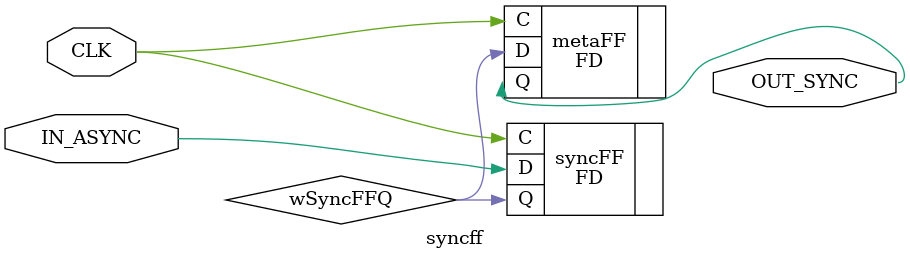
<source format=v>
`timescale 1ns/1ns
module syncff(
	CLK,
	IN_ASYNC,
	OUT_SYNC
);

input 					CLK;
input 					IN_ASYNC;
output 				OUT_SYNC;

wire					wSyncFFQ;

FD syncFF (
	.C(CLK),
	.D(IN_ASYNC),
	.Q(wSyncFFQ)
);

FD metaFF (
	.C(CLK),
	.D(wSyncFFQ),
	.Q(OUT_SYNC)
);
endmodule

</source>
